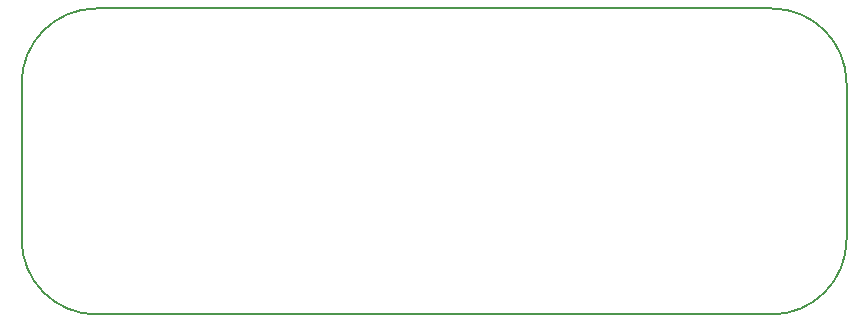
<source format=gbr>
G04 #@! TF.GenerationSoftware,KiCad,Pcbnew,(5.0.0)*
G04 #@! TF.CreationDate,2019-03-11T20:11:46-04:00*
G04 #@! TF.ProjectId,DebugAdapter,4465627567416461707465722E6B6963,rev?*
G04 #@! TF.SameCoordinates,Original*
G04 #@! TF.FileFunction,Profile,NP*
%FSLAX46Y46*%
G04 Gerber Fmt 4.6, Leading zero omitted, Abs format (unit mm)*
G04 Created by KiCad (PCBNEW (5.0.0)) date 03/11/19 20:11:46*
%MOMM*%
%LPD*%
G01*
G04 APERTURE LIST*
%ADD10C,0.150000*%
G04 APERTURE END LIST*
D10*
X95250000Y-81280000D02*
X95250000Y-94488000D01*
X101600000Y-100838000D02*
G75*
G02X95250000Y-94488000I0J6350000D01*
G01*
X95250000Y-81280000D02*
G75*
G02X101600000Y-74930000I6350000J0D01*
G01*
X165100000Y-94488000D02*
G75*
G02X158750000Y-100838000I-6350000J0D01*
G01*
X158750000Y-74930000D02*
G75*
G02X165100000Y-81280000I0J-6350000D01*
G01*
X165100000Y-81280000D02*
X165100000Y-94488000D01*
X101600000Y-100838000D02*
X158750000Y-100838000D01*
X101600000Y-74930000D02*
X158750000Y-74930000D01*
M02*

</source>
